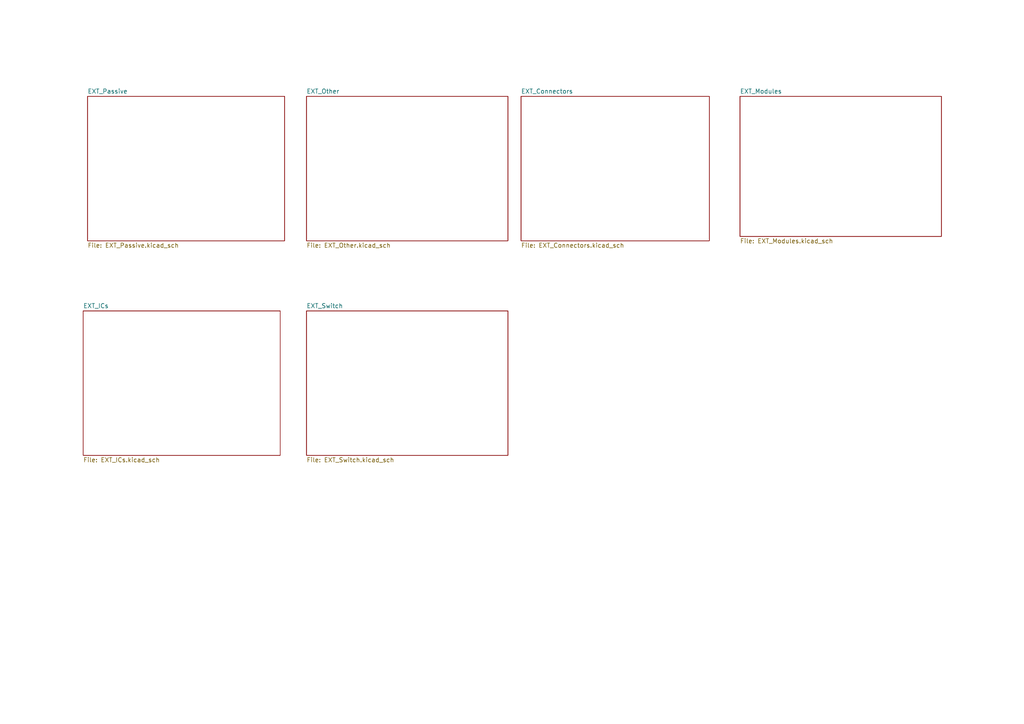
<source format=kicad_sch>
(kicad_sch
	(version 20241209)
	(generator "eeschema")
	(generator_version "9.0")
	(uuid "15ae7a0d-a53d-4804-b6bf-a747840a1ecc")
	(paper "A4")
	(lib_symbols)
	(sheet
		(at 88.9 27.94)
		(size 58.42 41.91)
		(exclude_from_sim no)
		(in_bom yes)
		(on_board yes)
		(dnp no)
		(fields_autoplaced yes)
		(stroke
			(width 0.1524)
			(type solid)
		)
		(fill
			(color 0 0 0 0.0000)
		)
		(uuid "3832a12f-0f09-4acc-a4b7-71e7f57553a3")
		(property "Sheetname" "EXT_Other"
			(at 88.9 27.2284 0)
			(effects
				(font
					(size 1.27 1.27)
				)
				(justify left bottom)
			)
		)
		(property "Sheetfile" "EXT_Other.kicad_sch"
			(at 88.9 70.4346 0)
			(effects
				(font
					(size 1.27 1.27)
				)
				(justify left top)
			)
		)
		(instances
			(project "Templates"
				(path "/15ae7a0d-a53d-4804-b6bf-a747840a1ecc"
					(page "6")
				)
			)
		)
	)
	(sheet
		(at 151.13 27.94)
		(size 54.61 41.91)
		(exclude_from_sim no)
		(in_bom yes)
		(on_board yes)
		(dnp no)
		(fields_autoplaced yes)
		(stroke
			(width 0.1524)
			(type solid)
		)
		(fill
			(color 0 0 0 0.0000)
		)
		(uuid "580d79ab-0767-4e48-865a-215fd5c8ce7b")
		(property "Sheetname" "EXT_Connectors"
			(at 151.13 27.2284 0)
			(effects
				(font
					(size 1.27 1.27)
				)
				(justify left bottom)
			)
		)
		(property "Sheetfile" "EXT_Connectors.kicad_sch"
			(at 151.13 70.4346 0)
			(effects
				(font
					(size 1.27 1.27)
				)
				(justify left top)
			)
		)
		(instances
			(project "Templates"
				(path "/15ae7a0d-a53d-4804-b6bf-a747840a1ecc"
					(page "4")
				)
			)
		)
	)
	(sheet
		(at 25.4 27.94)
		(size 57.15 41.91)
		(exclude_from_sim no)
		(in_bom yes)
		(on_board yes)
		(dnp no)
		(fields_autoplaced yes)
		(stroke
			(width 0.1524)
			(type solid)
		)
		(fill
			(color 0 0 0 0.0000)
		)
		(uuid "755572cc-ca71-4ab4-b7c6-a11102641ac4")
		(property "Sheetname" "EXT_Passive"
			(at 25.4 27.2284 0)
			(effects
				(font
					(size 1.27 1.27)
				)
				(justify left bottom)
			)
		)
		(property "Sheetfile" "EXT_Passive.kicad_sch"
			(at 25.4 70.4346 0)
			(effects
				(font
					(size 1.27 1.27)
				)
				(justify left top)
			)
		)
		(instances
			(project "Templates"
				(path "/15ae7a0d-a53d-4804-b6bf-a747840a1ecc"
					(page "2")
				)
			)
		)
	)
	(sheet
		(at 214.63 27.94)
		(size 58.42 40.64)
		(exclude_from_sim no)
		(in_bom yes)
		(on_board yes)
		(dnp no)
		(fields_autoplaced yes)
		(stroke
			(width 0.1524)
			(type solid)
		)
		(fill
			(color 0 0 0 0.0000)
		)
		(uuid "7c4262aa-b448-4bef-a6bf-9d88d3bd0d6e")
		(property "Sheetname" "EXT_Modules"
			(at 214.63 27.2284 0)
			(effects
				(font
					(size 1.27 1.27)
				)
				(justify left bottom)
			)
		)
		(property "Sheetfile" "EXT_Modules.kicad_sch"
			(at 214.63 69.1646 0)
			(effects
				(font
					(size 1.27 1.27)
				)
				(justify left top)
			)
		)
		(instances
			(project "Templates"
				(path "/15ae7a0d-a53d-4804-b6bf-a747840a1ecc"
					(page "5")
				)
			)
		)
	)
	(sheet
		(at 24.13 90.17)
		(size 57.15 41.91)
		(exclude_from_sim no)
		(in_bom yes)
		(on_board yes)
		(dnp no)
		(fields_autoplaced yes)
		(stroke
			(width 0.1524)
			(type solid)
		)
		(fill
			(color 0 0 0 0.0000)
		)
		(uuid "98a921d8-302d-4536-aa24-9db96f404d32")
		(property "Sheetname" "EXT_ICs"
			(at 24.13 89.4584 0)
			(effects
				(font
					(size 1.27 1.27)
				)
				(justify left bottom)
			)
		)
		(property "Sheetfile" "EXT_ICs.kicad_sch"
			(at 24.13 132.6646 0)
			(effects
				(font
					(size 1.27 1.27)
				)
				(justify left top)
			)
		)
		(instances
			(project "Templates"
				(path "/15ae7a0d-a53d-4804-b6bf-a747840a1ecc"
					(page "3")
				)
			)
		)
	)
	(sheet
		(at 88.9 90.17)
		(size 58.42 41.91)
		(exclude_from_sim no)
		(in_bom yes)
		(on_board yes)
		(dnp no)
		(fields_autoplaced yes)
		(stroke
			(width 0.1524)
			(type solid)
		)
		(fill
			(color 0 0 0 0.0000)
		)
		(uuid "f29c734e-aa56-454c-b180-722885d553d3")
		(property "Sheetname" "EXT_Switch"
			(at 88.9 89.4584 0)
			(effects
				(font
					(size 1.27 1.27)
				)
				(justify left bottom)
			)
		)
		(property "Sheetfile" "EXT_Switch.kicad_sch"
			(at 88.9 132.6646 0)
			(effects
				(font
					(size 1.27 1.27)
				)
				(justify left top)
			)
		)
		(instances
			(project "Templates"
				(path "/15ae7a0d-a53d-4804-b6bf-a747840a1ecc"
					(page "7")
				)
			)
		)
	)
	(sheet_instances
		(path "/"
			(page "1")
		)
	)
	(embedded_fonts no)
)

</source>
